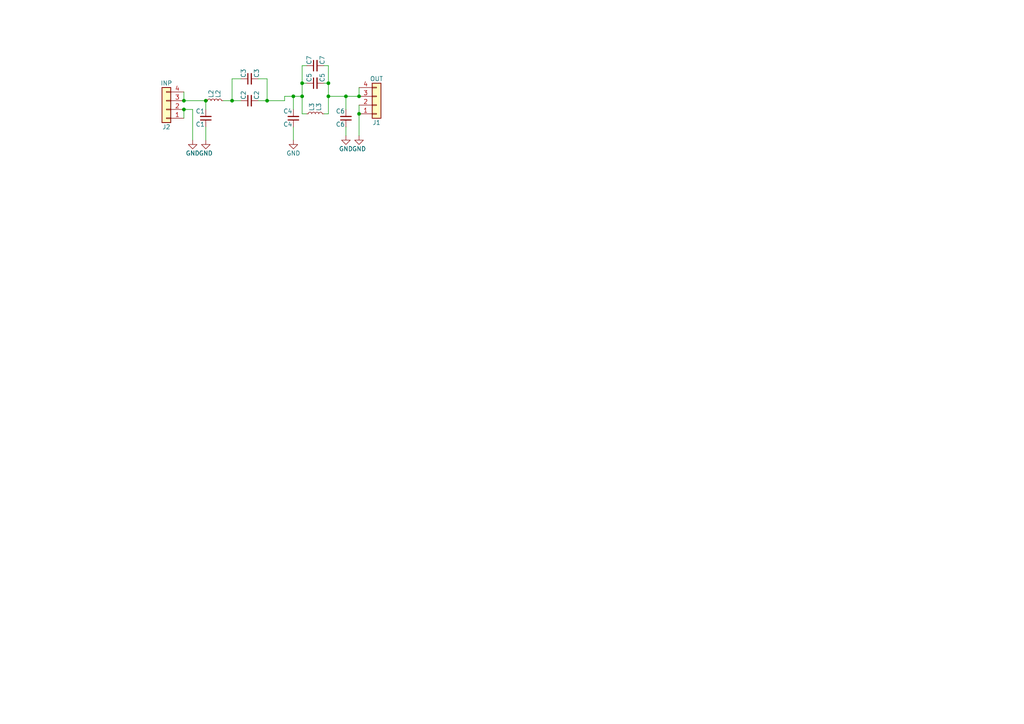
<source format=kicad_sch>
(kicad_sch (version 20211123) (generator eeschema)
  (paper "A4")
  (lib_symbols
    (symbol "SerialResonantFilter-rescue:C_Small" (pin_numbers hide) (pin_names (offset 0.254) hide)
      (property "Reference" "C" (at 0.254 1.778 0))
      (property "Value" "C_Small" (at 0.254 -2.032 0))
      (symbol "C_Small_0_1"
        (polyline (pts (xy -1.524 -0.508) (xy 1.524 -0.508)) (stroke (width 0.3302)))
        (polyline (pts (xy -1.524 0.508) (xy 1.524 0.508)) (stroke (width 0.3048)))
      )
      (symbol "C_Small_1_1"
        (pin passive line (at 0 2.54 270) (length 2.032) (name "~") (number "1"))
        (pin passive line (at 0 -2.54 90) (length 2.032) (name "~") (number "2"))
      )
    )
    (symbol "SerialResonantFilter-rescue:Conn_01x04" (pin_names (offset 1.016) hide)
      (property "Reference" "J" (at 0 5.08 0))
      (property "Value" "Conn_01x04" (at 0 -7.62 0))
      (symbol "Conn_01x04_1_1"
        (rectangle (start -1.27 -4.953) (end 0 -5.207) (stroke (width 0.1524)))
        (rectangle (start -1.27 -2.413) (end 0 -2.667) (stroke (width 0.1524)))
        (rectangle (start -1.27 0.127) (end 0 -0.127) (stroke (width 0.1524)))
        (rectangle (start -1.27 2.667) (end 0 2.413) (stroke (width 0.1524)))
        (rectangle (start -1.27 3.81) (end 1.27 -6.35) (stroke (width 0.254)) (fill (type background)))
        (pin passive line (at -5.08 2.54 0) (length 3.81) (name "Pin_1") (number "1"))
        (pin passive line (at -5.08 0 0) (length 3.81) (name "Pin_2") (number "2"))
        (pin passive line (at -5.08 -2.54 0) (length 3.81) (name "Pin_3") (number "3"))
        (pin passive line (at -5.08 -5.08 0) (length 3.81) (name "Pin_4") (number "4"))
      )
    )
    (symbol "SerialResonantFilter-rescue:GND" (power) (pin_names (offset 0))
      (property "Value" "GND" (at 0 -3.81 0))
      (symbol "GND_0_1"
        (polyline (pts (xy 0 0) (xy 0 -1.27) (xy 1.27 -1.27) (xy 0 -2.54) (xy -1.27 -1.27) (xy 0 -1.27)))
      )
      (symbol "GND_1_1"
        (pin power_in line (at 0 0 270) (length 0) hide (name "GND") (number "1"))
      )
    )
    (symbol "SerialResonantFilter-rescue:L_Small" (pin_numbers hide) (pin_names (offset 0.254) hide)
      (property "Reference" "L" (at 0.762 1.016 0))
      (property "Value" "L_Small" (at 0.762 -1.016 0))
      (symbol "L_Small_0_1"
        (arc (start 0 -2.032) (mid 0.508 -1.524) (end 0 -1.016))
        (arc (start 0 -1.016) (mid 0.508 -0.508) (end 0 0))
        (arc (start 0 0) (mid 0.508 0.508) (end 0 1.016))
        (arc (start 0 1.016) (mid 0.508 1.524) (end 0 2.032))
      )
      (symbol "L_Small_1_1"
        (pin passive line (at 0 2.54 270) (length 0.508) (name "~") (number "1"))
        (pin passive line (at 0 -2.54 90) (length 0.508) (name "~") (number "2"))
      )
    )
  )
  (junction (at 85.09 27.94))
  (junction (at 95.25 24.13))
  (junction (at 77.47 29.21))
  (junction (at 87.63 24.13))
  (junction (at 87.63 27.94))
  (junction (at 104.14 33.02))
  (junction (at 104.14 27.94))
  (junction (at 95.25 27.94))
  (junction (at 53.34 29.21))
  (junction (at 53.34 31.75))
  (junction (at 67.31 29.21))
  (junction (at 100.33 27.94))
  (junction (at 59.69 29.21))
  (wire (pts (xy 77.47 22.86) (xy 77.47 29.21)))
  (wire (pts (xy 104.14 27.94) (xy 104.14 25.4)))
  (wire (pts (xy 100.33 31.75) (xy 100.33 27.94)))
  (wire (pts (xy 87.63 33.02) (xy 88.9 33.02)))
  (wire (pts (xy 95.25 27.94) (xy 95.25 33.02)))
  (wire (pts (xy 85.09 40.64) (xy 85.09 36.83)))
  (wire (pts (xy 53.34 26.67) (xy 53.34 29.21)))
  (wire (pts (xy 67.31 29.21) (xy 69.85 29.21)))
  (wire (pts (xy 100.33 39.37) (xy 100.33 36.83)))
  (wire (pts (xy 87.63 27.94) (xy 87.63 33.02)))
  (wire (pts (xy 67.31 22.86) (xy 69.85 22.86)))
  (wire (pts (xy 59.69 29.21) (xy 59.69 31.75)))
  (wire (pts (xy 64.77 29.21) (xy 67.31 29.21)))
  (wire (pts (xy 104.14 30.48) (xy 104.14 33.02)))
  (wire (pts (xy 95.25 24.13) (xy 95.25 27.94)))
  (wire (pts (xy 104.14 33.02) (xy 104.14 39.37)))
  (wire (pts (xy 95.25 19.05) (xy 95.25 24.13)))
  (wire (pts (xy 74.93 22.86) (xy 77.47 22.86)))
  (wire (pts (xy 82.55 29.21) (xy 82.55 27.94)))
  (wire (pts (xy 53.34 29.21) (xy 59.69 29.21)))
  (wire (pts (xy 55.88 40.64) (xy 55.88 31.75)))
  (wire (pts (xy 95.25 27.94) (xy 100.33 27.94)))
  (wire (pts (xy 95.25 24.13) (xy 93.98 24.13)))
  (wire (pts (xy 87.63 19.05) (xy 88.9 19.05)))
  (wire (pts (xy 74.93 29.21) (xy 77.47 29.21)))
  (wire (pts (xy 53.34 31.75) (xy 53.34 34.29)))
  (wire (pts (xy 67.31 29.21) (xy 67.31 22.86)))
  (wire (pts (xy 55.88 31.75) (xy 53.34 31.75)))
  (wire (pts (xy 85.09 31.75) (xy 85.09 27.94)))
  (wire (pts (xy 77.47 29.21) (xy 82.55 29.21)))
  (wire (pts (xy 85.09 27.94) (xy 87.63 27.94)))
  (wire (pts (xy 95.25 19.05) (xy 93.98 19.05)))
  (wire (pts (xy 87.63 19.05) (xy 87.63 24.13)))
  (wire (pts (xy 82.55 27.94) (xy 85.09 27.94)))
  (wire (pts (xy 95.25 33.02) (xy 93.98 33.02)))
  (wire (pts (xy 87.63 24.13) (xy 87.63 27.94)))
  (wire (pts (xy 88.9 24.13) (xy 87.63 24.13)))
  (wire (pts (xy 100.33 27.94) (xy 104.14 27.94)))
  (wire (pts (xy 59.69 40.64) (xy 59.69 36.83)))
  (symbol (lib_id "SerialResonantFilter-rescue:GND") (at 55.88 40.64 0) (unit 1)
    (property "Reference" "#PWR01" (effects hide))
    (property "Value" "GND" (at 55.88 44.45 0))
  )
  (symbol (lib_id "SerialResonantFilter-rescue:GND") (at 104.14 39.37 0) (unit 1)
    (property "Reference" "#PWR024" (effects hide))
    (property "Value" "GND" (at 104.14 43.18 0))
  )
  (symbol (lib_id "SerialResonantFilter-rescue:C_Small") (at 59.69 34.29 180) (unit 1)
    (property "Reference" "C1" (at 59.436 36.068 0) (effects (justify left)))
    (property "Value" "C1" (at 59.436 32.258 0) (effects (justify left)))
    (property "Footprint" "SerialResonantFilter:C_Disc_D5.0mm_W2.5mm_P5.00mm_Dual" (effects hide))
  )
  (symbol (lib_id "SerialResonantFilter-rescue:GND") (at 59.69 40.64 0) (unit 1)
    (property "Reference" "#PWR06" (effects hide))
    (property "Value" "GND" (at 59.69 44.45 0))
  )
  (symbol (lib_id "SerialResonantFilter-rescue:L_Small") (at 62.23 29.21 90) (unit 1)
    (property "Reference" "L2" (at 61.214 28.448 0) (effects (justify left)))
    (property "Value" "L2" (at 63.246 28.448 0) (effects (justify left)))
    (property "Footprint" "SerialResonantFilter:L_Toroid_Horizontal_D12.7mm_Compact" (effects hide))
  )
  (symbol (lib_id "SerialResonantFilter-rescue:C_Small") (at 72.39 29.21 90) (unit 1)
    (property "Reference" "C2" (at 70.612 28.956 0) (effects (justify left)))
    (property "Value" "C2" (at 74.422 28.956 0) (effects (justify left)))
    (property "Footprint" "SerialResonantFilter:C_Disc_D5.0mm_W2.5mm_P5.00mm_Dual" (effects hide))
  )
  (symbol (lib_id "SerialResonantFilter-rescue:C_Small") (at 72.39 22.86 90) (unit 1)
    (property "Reference" "C3" (at 70.612 22.606 0) (effects (justify left)))
    (property "Value" "C3" (at 74.422 22.606 0) (effects (justify left)))
    (property "Footprint" "SerialResonantFilter:C_Disc_D5.0mm_W2.5mm_P5.00mm_Dual" (effects hide))
  )
  (symbol (lib_id "SerialResonantFilter-rescue:C_Small") (at 85.09 34.29 180) (unit 1)
    (property "Reference" "C4" (at 84.836 36.068 0) (effects (justify left)))
    (property "Value" "C4" (at 84.836 32.258 0) (effects (justify left)))
    (property "Footprint" "SerialResonantFilter:C_Disc_D5.0mm_W2.5mm_P5.00mm_Dual" (effects hide))
  )
  (symbol (lib_id "SerialResonantFilter-rescue:GND") (at 85.09 40.64 0) (unit 1)
    (property "Reference" "#PWR015" (effects hide))
    (property "Value" "GND" (at 85.09 44.45 0))
  )
  (symbol (lib_id "SerialResonantFilter-rescue:C_Small") (at 100.33 34.29 180) (unit 1)
    (property "Reference" "C6" (at 100.076 36.068 0) (effects (justify left)))
    (property "Value" "C6" (at 100.076 32.258 0) (effects (justify left)))
    (property "Footprint" "SerialResonantFilter:C_Disc_D5.0mm_W2.5mm_P5.00mm_Dual" (effects hide))
  )
  (symbol (lib_id "SerialResonantFilter-rescue:GND") (at 100.33 39.37 0) (unit 1)
    (property "Reference" "#PWR021" (effects hide))
    (property "Value" "GND" (at 100.33 43.18 0))
  )
  (symbol (lib_id "SerialResonantFilter-rescue:C_Small") (at 91.44 24.13 90) (unit 1)
    (property "Reference" "C5" (at 89.662 23.876 0) (effects (justify left)))
    (property "Value" "C5" (at 93.472 23.876 0) (effects (justify left)))
    (property "Footprint" "SerialResonantFilter:C_Disc_D5.0mm_W2.5mm_P5.00mm_Dual" (effects hide))
  )
  (symbol (lib_id "SerialResonantFilter-rescue:L_Small") (at 91.44 33.02 90) (unit 1)
    (property "Reference" "L3" (at 90.424 32.258 0) (effects (justify left)))
    (property "Value" "L3" (at 92.456 32.258 0) (effects (justify left)))
    (property "Footprint" "SerialResonantFilter:L_Toroid_Horizontal_D12.7mm_Compact" (effects hide))
  )
  (symbol (lib_id "SerialResonantFilter-rescue:Conn_01x04") (at 109.22 30.48 0) (mirror x) (unit 1)
    (property "Reference" "J1" (at 109.22 35.56 0))
    (property "Value" "OUT" (at 109.22 22.86 0))
    (property "Footprint" "Pin_Headers:Pin_Header_Straight_1x04_Pitch2.54mm" (effects hide))
  )
  (symbol (lib_id "SerialResonantFilter-rescue:Conn_01x04") (at 48.26 31.75 180) (unit 1)
    (property "Reference" "J2" (at 48.26 36.83 0))
    (property "Value" "INP" (at 48.26 24.13 0))
    (property "Footprint" "Pin_Headers:Pin_Header_Straight_1x04_Pitch2.54mm" (effects hide))
  )
  (symbol (lib_id "SerialResonantFilter-rescue:C_Small") (at 91.44 19.05 90) (unit 1)
    (property "Reference" "C7" (at 89.662 18.796 0) (effects (justify left)))
    (property "Value" "C7" (at 93.472 18.796 0) (effects (justify left)))
    (property "Footprint" "SerialResonantFilter:C_Disc_D5.0mm_W2.5mm_P5.00mm_Dual" (effects hide))
  )
)
</source>
